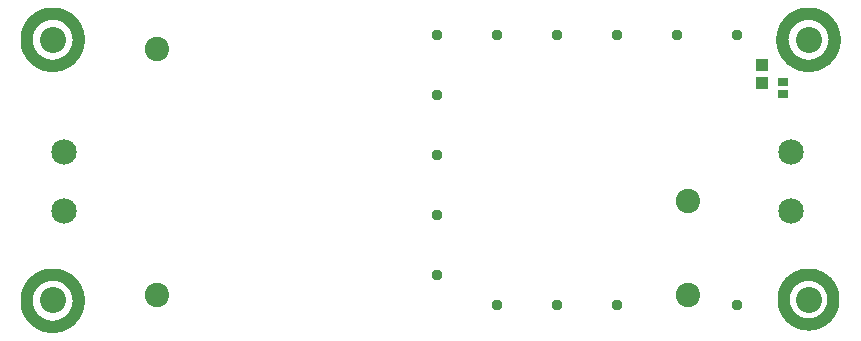
<source format=gbr>
G04 EAGLE Gerber RS-274X export*
G75*
%MOMM*%
%FSLAX34Y34*%
%LPD*%
%INSoldermask Top*%
%IPPOS*%
%AMOC8*
5,1,8,0,0,1.08239X$1,22.5*%
G01*
%ADD10C,2.203200*%
%ADD11C,1.016000*%
%ADD12C,2.153200*%
%ADD13C,2.063200*%
%ADD14R,0.903200X0.803200*%
%ADD15R,1.003200X1.003200*%
%ADD16C,0.959600*%


D10*
X30000Y250000D03*
X30000Y30000D03*
X670000Y250000D03*
X670000Y30000D03*
D11*
X647909Y250000D02*
X647916Y250542D01*
X647936Y251084D01*
X647969Y251625D01*
X648015Y252165D01*
X648075Y252704D01*
X648148Y253241D01*
X648234Y253777D01*
X648333Y254310D01*
X648446Y254840D01*
X648571Y255368D01*
X648709Y255892D01*
X648860Y256413D01*
X649024Y256930D01*
X649200Y257442D01*
X649389Y257950D01*
X649591Y258454D01*
X649804Y258952D01*
X650030Y259445D01*
X650268Y259932D01*
X650517Y260414D01*
X650779Y260889D01*
X651052Y261357D01*
X651336Y261819D01*
X651632Y262273D01*
X651939Y262720D01*
X652256Y263160D01*
X652585Y263591D01*
X652923Y264014D01*
X653272Y264429D01*
X653632Y264835D01*
X654001Y265233D01*
X654379Y265621D01*
X654767Y265999D01*
X655165Y266368D01*
X655571Y266728D01*
X655986Y267077D01*
X656409Y267415D01*
X656840Y267744D01*
X657280Y268061D01*
X657727Y268368D01*
X658181Y268664D01*
X658643Y268948D01*
X659111Y269221D01*
X659586Y269483D01*
X660068Y269732D01*
X660555Y269970D01*
X661048Y270196D01*
X661546Y270409D01*
X662050Y270611D01*
X662558Y270800D01*
X663070Y270976D01*
X663587Y271140D01*
X664108Y271291D01*
X664632Y271429D01*
X665160Y271554D01*
X665690Y271667D01*
X666223Y271766D01*
X666759Y271852D01*
X667296Y271925D01*
X667835Y271985D01*
X668375Y272031D01*
X668916Y272064D01*
X669458Y272084D01*
X670000Y272091D01*
X670542Y272084D01*
X671084Y272064D01*
X671625Y272031D01*
X672165Y271985D01*
X672704Y271925D01*
X673241Y271852D01*
X673777Y271766D01*
X674310Y271667D01*
X674840Y271554D01*
X675368Y271429D01*
X675892Y271291D01*
X676413Y271140D01*
X676930Y270976D01*
X677442Y270800D01*
X677950Y270611D01*
X678454Y270409D01*
X678952Y270196D01*
X679445Y269970D01*
X679932Y269732D01*
X680414Y269483D01*
X680889Y269221D01*
X681357Y268948D01*
X681819Y268664D01*
X682273Y268368D01*
X682720Y268061D01*
X683160Y267744D01*
X683591Y267415D01*
X684014Y267077D01*
X684429Y266728D01*
X684835Y266368D01*
X685233Y265999D01*
X685621Y265621D01*
X685999Y265233D01*
X686368Y264835D01*
X686728Y264429D01*
X687077Y264014D01*
X687415Y263591D01*
X687744Y263160D01*
X688061Y262720D01*
X688368Y262273D01*
X688664Y261819D01*
X688948Y261357D01*
X689221Y260889D01*
X689483Y260414D01*
X689732Y259932D01*
X689970Y259445D01*
X690196Y258952D01*
X690409Y258454D01*
X690611Y257950D01*
X690800Y257442D01*
X690976Y256930D01*
X691140Y256413D01*
X691291Y255892D01*
X691429Y255368D01*
X691554Y254840D01*
X691667Y254310D01*
X691766Y253777D01*
X691852Y253241D01*
X691925Y252704D01*
X691985Y252165D01*
X692031Y251625D01*
X692064Y251084D01*
X692084Y250542D01*
X692091Y250000D01*
X692084Y249458D01*
X692064Y248916D01*
X692031Y248375D01*
X691985Y247835D01*
X691925Y247296D01*
X691852Y246759D01*
X691766Y246223D01*
X691667Y245690D01*
X691554Y245160D01*
X691429Y244632D01*
X691291Y244108D01*
X691140Y243587D01*
X690976Y243070D01*
X690800Y242558D01*
X690611Y242050D01*
X690409Y241546D01*
X690196Y241048D01*
X689970Y240555D01*
X689732Y240068D01*
X689483Y239586D01*
X689221Y239111D01*
X688948Y238643D01*
X688664Y238181D01*
X688368Y237727D01*
X688061Y237280D01*
X687744Y236840D01*
X687415Y236409D01*
X687077Y235986D01*
X686728Y235571D01*
X686368Y235165D01*
X685999Y234767D01*
X685621Y234379D01*
X685233Y234001D01*
X684835Y233632D01*
X684429Y233272D01*
X684014Y232923D01*
X683591Y232585D01*
X683160Y232256D01*
X682720Y231939D01*
X682273Y231632D01*
X681819Y231336D01*
X681357Y231052D01*
X680889Y230779D01*
X680414Y230517D01*
X679932Y230268D01*
X679445Y230030D01*
X678952Y229804D01*
X678454Y229591D01*
X677950Y229389D01*
X677442Y229200D01*
X676930Y229024D01*
X676413Y228860D01*
X675892Y228709D01*
X675368Y228571D01*
X674840Y228446D01*
X674310Y228333D01*
X673777Y228234D01*
X673241Y228148D01*
X672704Y228075D01*
X672165Y228015D01*
X671625Y227969D01*
X671084Y227936D01*
X670542Y227916D01*
X670000Y227909D01*
X669458Y227916D01*
X668916Y227936D01*
X668375Y227969D01*
X667835Y228015D01*
X667296Y228075D01*
X666759Y228148D01*
X666223Y228234D01*
X665690Y228333D01*
X665160Y228446D01*
X664632Y228571D01*
X664108Y228709D01*
X663587Y228860D01*
X663070Y229024D01*
X662558Y229200D01*
X662050Y229389D01*
X661546Y229591D01*
X661048Y229804D01*
X660555Y230030D01*
X660068Y230268D01*
X659586Y230517D01*
X659111Y230779D01*
X658643Y231052D01*
X658181Y231336D01*
X657727Y231632D01*
X657280Y231939D01*
X656840Y232256D01*
X656409Y232585D01*
X655986Y232923D01*
X655571Y233272D01*
X655165Y233632D01*
X654767Y234001D01*
X654379Y234379D01*
X654001Y234767D01*
X653632Y235165D01*
X653272Y235571D01*
X652923Y235986D01*
X652585Y236409D01*
X652256Y236840D01*
X651939Y237280D01*
X651632Y237727D01*
X651336Y238181D01*
X651052Y238643D01*
X650779Y239111D01*
X650517Y239586D01*
X650268Y240068D01*
X650030Y240555D01*
X649804Y241048D01*
X649591Y241546D01*
X649389Y242050D01*
X649200Y242558D01*
X649024Y243070D01*
X648860Y243587D01*
X648709Y244108D01*
X648571Y244632D01*
X648446Y245160D01*
X648333Y245690D01*
X648234Y246223D01*
X648148Y246759D01*
X648075Y247296D01*
X648015Y247835D01*
X647969Y248375D01*
X647936Y248916D01*
X647916Y249458D01*
X647909Y250000D01*
X648905Y30000D02*
X648911Y30518D01*
X648930Y31035D01*
X648962Y31552D01*
X649007Y32068D01*
X649064Y32582D01*
X649133Y33095D01*
X649216Y33606D01*
X649310Y34115D01*
X649418Y34622D01*
X649537Y35126D01*
X649669Y35626D01*
X649813Y36124D01*
X649970Y36617D01*
X650138Y37107D01*
X650319Y37592D01*
X650511Y38073D01*
X650715Y38549D01*
X650930Y39019D01*
X651157Y39485D01*
X651396Y39944D01*
X651646Y40398D01*
X651906Y40845D01*
X652178Y41286D01*
X652460Y41720D01*
X652753Y42147D01*
X653056Y42566D01*
X653370Y42978D01*
X653693Y43383D01*
X654027Y43779D01*
X654370Y44167D01*
X654722Y44546D01*
X655084Y44916D01*
X655454Y45278D01*
X655833Y45630D01*
X656221Y45973D01*
X656617Y46307D01*
X657022Y46630D01*
X657434Y46944D01*
X657853Y47247D01*
X658280Y47540D01*
X658714Y47822D01*
X659155Y48094D01*
X659602Y48354D01*
X660056Y48604D01*
X660515Y48843D01*
X660981Y49070D01*
X661451Y49285D01*
X661927Y49489D01*
X662408Y49681D01*
X662893Y49862D01*
X663383Y50030D01*
X663876Y50187D01*
X664374Y50331D01*
X664874Y50463D01*
X665378Y50582D01*
X665885Y50690D01*
X666394Y50784D01*
X666905Y50867D01*
X667418Y50936D01*
X667932Y50993D01*
X668448Y51038D01*
X668965Y51070D01*
X669482Y51089D01*
X670000Y51095D01*
X670518Y51089D01*
X671035Y51070D01*
X671552Y51038D01*
X672068Y50993D01*
X672582Y50936D01*
X673095Y50867D01*
X673606Y50784D01*
X674115Y50690D01*
X674622Y50582D01*
X675126Y50463D01*
X675626Y50331D01*
X676124Y50187D01*
X676617Y50030D01*
X677107Y49862D01*
X677592Y49681D01*
X678073Y49489D01*
X678549Y49285D01*
X679019Y49070D01*
X679485Y48843D01*
X679944Y48604D01*
X680398Y48354D01*
X680845Y48094D01*
X681286Y47822D01*
X681720Y47540D01*
X682147Y47247D01*
X682566Y46944D01*
X682978Y46630D01*
X683383Y46307D01*
X683779Y45973D01*
X684167Y45630D01*
X684546Y45278D01*
X684916Y44916D01*
X685278Y44546D01*
X685630Y44167D01*
X685973Y43779D01*
X686307Y43383D01*
X686630Y42978D01*
X686944Y42566D01*
X687247Y42147D01*
X687540Y41720D01*
X687822Y41286D01*
X688094Y40845D01*
X688354Y40398D01*
X688604Y39944D01*
X688843Y39485D01*
X689070Y39019D01*
X689285Y38549D01*
X689489Y38073D01*
X689681Y37592D01*
X689862Y37107D01*
X690030Y36617D01*
X690187Y36124D01*
X690331Y35626D01*
X690463Y35126D01*
X690582Y34622D01*
X690690Y34115D01*
X690784Y33606D01*
X690867Y33095D01*
X690936Y32582D01*
X690993Y32068D01*
X691038Y31552D01*
X691070Y31035D01*
X691089Y30518D01*
X691095Y30000D01*
X691089Y29482D01*
X691070Y28965D01*
X691038Y28448D01*
X690993Y27932D01*
X690936Y27418D01*
X690867Y26905D01*
X690784Y26394D01*
X690690Y25885D01*
X690582Y25378D01*
X690463Y24874D01*
X690331Y24374D01*
X690187Y23876D01*
X690030Y23383D01*
X689862Y22893D01*
X689681Y22408D01*
X689489Y21927D01*
X689285Y21451D01*
X689070Y20981D01*
X688843Y20515D01*
X688604Y20056D01*
X688354Y19602D01*
X688094Y19155D01*
X687822Y18714D01*
X687540Y18280D01*
X687247Y17853D01*
X686944Y17434D01*
X686630Y17022D01*
X686307Y16617D01*
X685973Y16221D01*
X685630Y15833D01*
X685278Y15454D01*
X684916Y15084D01*
X684546Y14722D01*
X684167Y14370D01*
X683779Y14027D01*
X683383Y13693D01*
X682978Y13370D01*
X682566Y13056D01*
X682147Y12753D01*
X681720Y12460D01*
X681286Y12178D01*
X680845Y11906D01*
X680398Y11646D01*
X679944Y11396D01*
X679485Y11157D01*
X679019Y10930D01*
X678549Y10715D01*
X678073Y10511D01*
X677592Y10319D01*
X677107Y10138D01*
X676617Y9970D01*
X676124Y9813D01*
X675626Y9669D01*
X675126Y9537D01*
X674622Y9418D01*
X674115Y9310D01*
X673606Y9216D01*
X673095Y9133D01*
X672582Y9064D01*
X672068Y9007D01*
X671552Y8962D01*
X671035Y8930D01*
X670518Y8911D01*
X670000Y8905D01*
X669482Y8911D01*
X668965Y8930D01*
X668448Y8962D01*
X667932Y9007D01*
X667418Y9064D01*
X666905Y9133D01*
X666394Y9216D01*
X665885Y9310D01*
X665378Y9418D01*
X664874Y9537D01*
X664374Y9669D01*
X663876Y9813D01*
X663383Y9970D01*
X662893Y10138D01*
X662408Y10319D01*
X661927Y10511D01*
X661451Y10715D01*
X660981Y10930D01*
X660515Y11157D01*
X660056Y11396D01*
X659602Y11646D01*
X659155Y11906D01*
X658714Y12178D01*
X658280Y12460D01*
X657853Y12753D01*
X657434Y13056D01*
X657022Y13370D01*
X656617Y13693D01*
X656221Y14027D01*
X655833Y14370D01*
X655454Y14722D01*
X655084Y15084D01*
X654722Y15454D01*
X654370Y15833D01*
X654027Y16221D01*
X653693Y16617D01*
X653370Y17022D01*
X653056Y17434D01*
X652753Y17853D01*
X652460Y18280D01*
X652178Y18714D01*
X651906Y19155D01*
X651646Y19602D01*
X651396Y20056D01*
X651157Y20515D01*
X650930Y20981D01*
X650715Y21451D01*
X650511Y21927D01*
X650319Y22408D01*
X650138Y22893D01*
X649970Y23383D01*
X649813Y23876D01*
X649669Y24374D01*
X649537Y24874D01*
X649418Y25378D01*
X649310Y25885D01*
X649216Y26394D01*
X649133Y26905D01*
X649064Y27418D01*
X649007Y27932D01*
X648962Y28448D01*
X648930Y28965D01*
X648911Y29482D01*
X648905Y30000D01*
X7909Y250000D02*
X7916Y250542D01*
X7936Y251084D01*
X7969Y251625D01*
X8015Y252165D01*
X8075Y252704D01*
X8148Y253241D01*
X8234Y253777D01*
X8333Y254310D01*
X8446Y254840D01*
X8571Y255368D01*
X8709Y255892D01*
X8860Y256413D01*
X9024Y256930D01*
X9200Y257442D01*
X9389Y257950D01*
X9591Y258454D01*
X9804Y258952D01*
X10030Y259445D01*
X10268Y259932D01*
X10517Y260414D01*
X10779Y260889D01*
X11052Y261357D01*
X11336Y261819D01*
X11632Y262273D01*
X11939Y262720D01*
X12256Y263160D01*
X12585Y263591D01*
X12923Y264014D01*
X13272Y264429D01*
X13632Y264835D01*
X14001Y265233D01*
X14379Y265621D01*
X14767Y265999D01*
X15165Y266368D01*
X15571Y266728D01*
X15986Y267077D01*
X16409Y267415D01*
X16840Y267744D01*
X17280Y268061D01*
X17727Y268368D01*
X18181Y268664D01*
X18643Y268948D01*
X19111Y269221D01*
X19586Y269483D01*
X20068Y269732D01*
X20555Y269970D01*
X21048Y270196D01*
X21546Y270409D01*
X22050Y270611D01*
X22558Y270800D01*
X23070Y270976D01*
X23587Y271140D01*
X24108Y271291D01*
X24632Y271429D01*
X25160Y271554D01*
X25690Y271667D01*
X26223Y271766D01*
X26759Y271852D01*
X27296Y271925D01*
X27835Y271985D01*
X28375Y272031D01*
X28916Y272064D01*
X29458Y272084D01*
X30000Y272091D01*
X30542Y272084D01*
X31084Y272064D01*
X31625Y272031D01*
X32165Y271985D01*
X32704Y271925D01*
X33241Y271852D01*
X33777Y271766D01*
X34310Y271667D01*
X34840Y271554D01*
X35368Y271429D01*
X35892Y271291D01*
X36413Y271140D01*
X36930Y270976D01*
X37442Y270800D01*
X37950Y270611D01*
X38454Y270409D01*
X38952Y270196D01*
X39445Y269970D01*
X39932Y269732D01*
X40414Y269483D01*
X40889Y269221D01*
X41357Y268948D01*
X41819Y268664D01*
X42273Y268368D01*
X42720Y268061D01*
X43160Y267744D01*
X43591Y267415D01*
X44014Y267077D01*
X44429Y266728D01*
X44835Y266368D01*
X45233Y265999D01*
X45621Y265621D01*
X45999Y265233D01*
X46368Y264835D01*
X46728Y264429D01*
X47077Y264014D01*
X47415Y263591D01*
X47744Y263160D01*
X48061Y262720D01*
X48368Y262273D01*
X48664Y261819D01*
X48948Y261357D01*
X49221Y260889D01*
X49483Y260414D01*
X49732Y259932D01*
X49970Y259445D01*
X50196Y258952D01*
X50409Y258454D01*
X50611Y257950D01*
X50800Y257442D01*
X50976Y256930D01*
X51140Y256413D01*
X51291Y255892D01*
X51429Y255368D01*
X51554Y254840D01*
X51667Y254310D01*
X51766Y253777D01*
X51852Y253241D01*
X51925Y252704D01*
X51985Y252165D01*
X52031Y251625D01*
X52064Y251084D01*
X52084Y250542D01*
X52091Y250000D01*
X52084Y249458D01*
X52064Y248916D01*
X52031Y248375D01*
X51985Y247835D01*
X51925Y247296D01*
X51852Y246759D01*
X51766Y246223D01*
X51667Y245690D01*
X51554Y245160D01*
X51429Y244632D01*
X51291Y244108D01*
X51140Y243587D01*
X50976Y243070D01*
X50800Y242558D01*
X50611Y242050D01*
X50409Y241546D01*
X50196Y241048D01*
X49970Y240555D01*
X49732Y240068D01*
X49483Y239586D01*
X49221Y239111D01*
X48948Y238643D01*
X48664Y238181D01*
X48368Y237727D01*
X48061Y237280D01*
X47744Y236840D01*
X47415Y236409D01*
X47077Y235986D01*
X46728Y235571D01*
X46368Y235165D01*
X45999Y234767D01*
X45621Y234379D01*
X45233Y234001D01*
X44835Y233632D01*
X44429Y233272D01*
X44014Y232923D01*
X43591Y232585D01*
X43160Y232256D01*
X42720Y231939D01*
X42273Y231632D01*
X41819Y231336D01*
X41357Y231052D01*
X40889Y230779D01*
X40414Y230517D01*
X39932Y230268D01*
X39445Y230030D01*
X38952Y229804D01*
X38454Y229591D01*
X37950Y229389D01*
X37442Y229200D01*
X36930Y229024D01*
X36413Y228860D01*
X35892Y228709D01*
X35368Y228571D01*
X34840Y228446D01*
X34310Y228333D01*
X33777Y228234D01*
X33241Y228148D01*
X32704Y228075D01*
X32165Y228015D01*
X31625Y227969D01*
X31084Y227936D01*
X30542Y227916D01*
X30000Y227909D01*
X29458Y227916D01*
X28916Y227936D01*
X28375Y227969D01*
X27835Y228015D01*
X27296Y228075D01*
X26759Y228148D01*
X26223Y228234D01*
X25690Y228333D01*
X25160Y228446D01*
X24632Y228571D01*
X24108Y228709D01*
X23587Y228860D01*
X23070Y229024D01*
X22558Y229200D01*
X22050Y229389D01*
X21546Y229591D01*
X21048Y229804D01*
X20555Y230030D01*
X20068Y230268D01*
X19586Y230517D01*
X19111Y230779D01*
X18643Y231052D01*
X18181Y231336D01*
X17727Y231632D01*
X17280Y231939D01*
X16840Y232256D01*
X16409Y232585D01*
X15986Y232923D01*
X15571Y233272D01*
X15165Y233632D01*
X14767Y234001D01*
X14379Y234379D01*
X14001Y234767D01*
X13632Y235165D01*
X13272Y235571D01*
X12923Y235986D01*
X12585Y236409D01*
X12256Y236840D01*
X11939Y237280D01*
X11632Y237727D01*
X11336Y238181D01*
X11052Y238643D01*
X10779Y239111D01*
X10517Y239586D01*
X10268Y240068D01*
X10030Y240555D01*
X9804Y241048D01*
X9591Y241546D01*
X9389Y242050D01*
X9200Y242558D01*
X9024Y243070D01*
X8860Y243587D01*
X8709Y244108D01*
X8571Y244632D01*
X8446Y245160D01*
X8333Y245690D01*
X8234Y246223D01*
X8148Y246759D01*
X8075Y247296D01*
X8015Y247835D01*
X7969Y248375D01*
X7936Y248916D01*
X7916Y249458D01*
X7909Y250000D01*
X7909Y29000D02*
X7916Y29542D01*
X7936Y30084D01*
X7969Y30625D01*
X8015Y31165D01*
X8075Y31704D01*
X8148Y32241D01*
X8234Y32777D01*
X8333Y33310D01*
X8446Y33840D01*
X8571Y34368D01*
X8709Y34892D01*
X8860Y35413D01*
X9024Y35930D01*
X9200Y36442D01*
X9389Y36950D01*
X9591Y37454D01*
X9804Y37952D01*
X10030Y38445D01*
X10268Y38932D01*
X10517Y39414D01*
X10779Y39889D01*
X11052Y40357D01*
X11336Y40819D01*
X11632Y41273D01*
X11939Y41720D01*
X12256Y42160D01*
X12585Y42591D01*
X12923Y43014D01*
X13272Y43429D01*
X13632Y43835D01*
X14001Y44233D01*
X14379Y44621D01*
X14767Y44999D01*
X15165Y45368D01*
X15571Y45728D01*
X15986Y46077D01*
X16409Y46415D01*
X16840Y46744D01*
X17280Y47061D01*
X17727Y47368D01*
X18181Y47664D01*
X18643Y47948D01*
X19111Y48221D01*
X19586Y48483D01*
X20068Y48732D01*
X20555Y48970D01*
X21048Y49196D01*
X21546Y49409D01*
X22050Y49611D01*
X22558Y49800D01*
X23070Y49976D01*
X23587Y50140D01*
X24108Y50291D01*
X24632Y50429D01*
X25160Y50554D01*
X25690Y50667D01*
X26223Y50766D01*
X26759Y50852D01*
X27296Y50925D01*
X27835Y50985D01*
X28375Y51031D01*
X28916Y51064D01*
X29458Y51084D01*
X30000Y51091D01*
X30542Y51084D01*
X31084Y51064D01*
X31625Y51031D01*
X32165Y50985D01*
X32704Y50925D01*
X33241Y50852D01*
X33777Y50766D01*
X34310Y50667D01*
X34840Y50554D01*
X35368Y50429D01*
X35892Y50291D01*
X36413Y50140D01*
X36930Y49976D01*
X37442Y49800D01*
X37950Y49611D01*
X38454Y49409D01*
X38952Y49196D01*
X39445Y48970D01*
X39932Y48732D01*
X40414Y48483D01*
X40889Y48221D01*
X41357Y47948D01*
X41819Y47664D01*
X42273Y47368D01*
X42720Y47061D01*
X43160Y46744D01*
X43591Y46415D01*
X44014Y46077D01*
X44429Y45728D01*
X44835Y45368D01*
X45233Y44999D01*
X45621Y44621D01*
X45999Y44233D01*
X46368Y43835D01*
X46728Y43429D01*
X47077Y43014D01*
X47415Y42591D01*
X47744Y42160D01*
X48061Y41720D01*
X48368Y41273D01*
X48664Y40819D01*
X48948Y40357D01*
X49221Y39889D01*
X49483Y39414D01*
X49732Y38932D01*
X49970Y38445D01*
X50196Y37952D01*
X50409Y37454D01*
X50611Y36950D01*
X50800Y36442D01*
X50976Y35930D01*
X51140Y35413D01*
X51291Y34892D01*
X51429Y34368D01*
X51554Y33840D01*
X51667Y33310D01*
X51766Y32777D01*
X51852Y32241D01*
X51925Y31704D01*
X51985Y31165D01*
X52031Y30625D01*
X52064Y30084D01*
X52084Y29542D01*
X52091Y29000D01*
X52084Y28458D01*
X52064Y27916D01*
X52031Y27375D01*
X51985Y26835D01*
X51925Y26296D01*
X51852Y25759D01*
X51766Y25223D01*
X51667Y24690D01*
X51554Y24160D01*
X51429Y23632D01*
X51291Y23108D01*
X51140Y22587D01*
X50976Y22070D01*
X50800Y21558D01*
X50611Y21050D01*
X50409Y20546D01*
X50196Y20048D01*
X49970Y19555D01*
X49732Y19068D01*
X49483Y18586D01*
X49221Y18111D01*
X48948Y17643D01*
X48664Y17181D01*
X48368Y16727D01*
X48061Y16280D01*
X47744Y15840D01*
X47415Y15409D01*
X47077Y14986D01*
X46728Y14571D01*
X46368Y14165D01*
X45999Y13767D01*
X45621Y13379D01*
X45233Y13001D01*
X44835Y12632D01*
X44429Y12272D01*
X44014Y11923D01*
X43591Y11585D01*
X43160Y11256D01*
X42720Y10939D01*
X42273Y10632D01*
X41819Y10336D01*
X41357Y10052D01*
X40889Y9779D01*
X40414Y9517D01*
X39932Y9268D01*
X39445Y9030D01*
X38952Y8804D01*
X38454Y8591D01*
X37950Y8389D01*
X37442Y8200D01*
X36930Y8024D01*
X36413Y7860D01*
X35892Y7709D01*
X35368Y7571D01*
X34840Y7446D01*
X34310Y7333D01*
X33777Y7234D01*
X33241Y7148D01*
X32704Y7075D01*
X32165Y7015D01*
X31625Y6969D01*
X31084Y6936D01*
X30542Y6916D01*
X30000Y6909D01*
X29458Y6916D01*
X28916Y6936D01*
X28375Y6969D01*
X27835Y7015D01*
X27296Y7075D01*
X26759Y7148D01*
X26223Y7234D01*
X25690Y7333D01*
X25160Y7446D01*
X24632Y7571D01*
X24108Y7709D01*
X23587Y7860D01*
X23070Y8024D01*
X22558Y8200D01*
X22050Y8389D01*
X21546Y8591D01*
X21048Y8804D01*
X20555Y9030D01*
X20068Y9268D01*
X19586Y9517D01*
X19111Y9779D01*
X18643Y10052D01*
X18181Y10336D01*
X17727Y10632D01*
X17280Y10939D01*
X16840Y11256D01*
X16409Y11585D01*
X15986Y11923D01*
X15571Y12272D01*
X15165Y12632D01*
X14767Y13001D01*
X14379Y13379D01*
X14001Y13767D01*
X13632Y14165D01*
X13272Y14571D01*
X12923Y14986D01*
X12585Y15409D01*
X12256Y15840D01*
X11939Y16280D01*
X11632Y16727D01*
X11336Y17181D01*
X11052Y17643D01*
X10779Y18111D01*
X10517Y18586D01*
X10268Y19068D01*
X10030Y19555D01*
X9804Y20048D01*
X9591Y20546D01*
X9389Y21050D01*
X9200Y21558D01*
X9024Y22070D01*
X8860Y22587D01*
X8709Y23108D01*
X8571Y23632D01*
X8446Y24160D01*
X8333Y24690D01*
X8234Y25223D01*
X8148Y25759D01*
X8075Y26296D01*
X8015Y26835D01*
X7969Y27375D01*
X7936Y27916D01*
X7916Y28458D01*
X7909Y29000D01*
D12*
X40000Y155000D03*
X40000Y105000D03*
X655000Y105000D03*
X655000Y155000D03*
D13*
X118300Y33800D03*
X118300Y241800D03*
X568300Y33800D03*
X568300Y113800D03*
D14*
X648000Y214000D03*
X648000Y204000D03*
D15*
X631000Y228500D03*
X631000Y213500D03*
D16*
X355600Y254000D03*
X406400Y254000D03*
X457200Y254000D03*
X508000Y254000D03*
X558800Y254000D03*
X609600Y254000D03*
X355600Y203200D03*
X355600Y152400D03*
X355600Y101600D03*
X355600Y50800D03*
X406400Y25400D03*
X457200Y25400D03*
X508000Y25400D03*
X609600Y25400D03*
M02*

</source>
